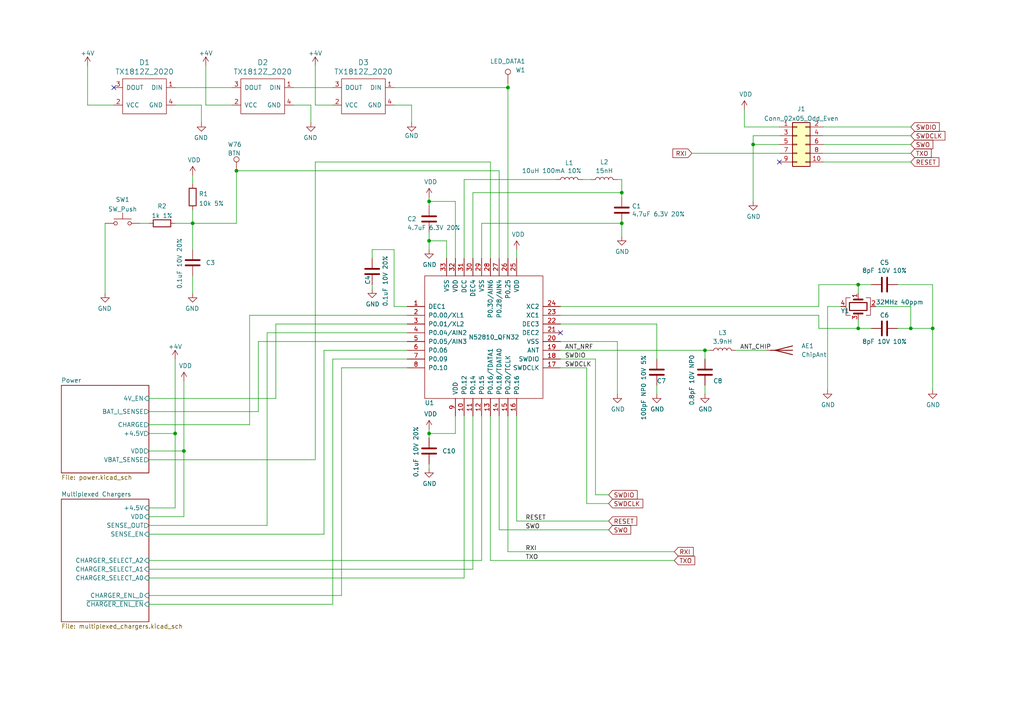
<source format=kicad_sch>
(kicad_sch (version 20211123) (generator eeschema)
  (paper "A4")
  (lib_symbols
    (symbol "Connector_Generic:Conn_02x05_Odd_Even" (pin_names (offset 1.016) hide)
      (property "Reference" "J" (at 1.27 7.62 0))
      (property "Value" "Conn_02x05_Odd_Even" (at 1.27 -7.62 0))
      (symbol "Conn_02x05_Odd_Even_1_1"
        (rectangle (start -1.27 -4.953) (end 0 -5.207) (stroke (width 0.1524)))
        (rectangle (start -1.27 -2.413) (end 0 -2.667) (stroke (width 0.1524)))
        (rectangle (start -1.27 0.127) (end 0 -0.127) (stroke (width 0.1524)))
        (rectangle (start -1.27 2.667) (end 0 2.413) (stroke (width 0.1524)))
        (rectangle (start -1.27 5.207) (end 0 4.953) (stroke (width 0.1524)))
        (rectangle (start -1.27 6.35) (end 3.81 -6.35) (stroke (width 0.254)) (fill (type background)))
        (rectangle (start 3.81 -4.953) (end 2.54 -5.207) (stroke (width 0.1524)))
        (rectangle (start 3.81 -2.413) (end 2.54 -2.667) (stroke (width 0.1524)))
        (rectangle (start 3.81 0.127) (end 2.54 -0.127) (stroke (width 0.1524)))
        (rectangle (start 3.81 2.667) (end 2.54 2.413) (stroke (width 0.1524)))
        (rectangle (start 3.81 5.207) (end 2.54 4.953) (stroke (width 0.1524)))
        (pin passive line (at -5.08 5.08 0) (length 3.81) (name "Pin_1") (number "1"))
        (pin passive line (at 7.62 -5.08 180) (length 3.81) (name "Pin_10") (number "10"))
        (pin passive line (at 7.62 5.08 180) (length 3.81) (name "Pin_2") (number "2"))
        (pin passive line (at -5.08 2.54 0) (length 3.81) (name "Pin_3") (number "3"))
        (pin passive line (at 7.62 2.54 180) (length 3.81) (name "Pin_4") (number "4"))
        (pin passive line (at -5.08 0 0) (length 3.81) (name "Pin_5") (number "5"))
        (pin passive line (at 7.62 0 180) (length 3.81) (name "Pin_6") (number "6"))
        (pin passive line (at -5.08 -2.54 0) (length 3.81) (name "Pin_7") (number "7"))
        (pin passive line (at 7.62 -2.54 180) (length 3.81) (name "Pin_8") (number "8"))
        (pin passive line (at -5.08 -5.08 0) (length 3.81) (name "Pin_9") (number "9"))
      )
    )
    (symbol "Device:Antenna" (pin_numbers hide) (pin_names (offset 1.016) hide)
      (property "Reference" "AE" (at -1.905 1.905 0))
      (property "Value" "Antenna" (at -1.905 0 0))
      (symbol "Antenna_0_1"
        (polyline (pts (xy 0 2.54) (xy 0 -3.81)) (stroke (width 0.254)))
        (polyline (pts (xy 1.27 2.54) (xy 0 -2.54) (xy -1.27 2.54)) (stroke (width 0.254)))
      )
      (symbol "Antenna_1_1"
        (pin input line (at 0 -5.08 90) (length 2.54) (name "A") (number "1"))
      )
    )
    (symbol "Device:C" (pin_numbers hide) (pin_names (offset 0.254))
      (property "Reference" "C" (at 0.635 2.54 0))
      (property "Value" "C" (at 0.635 -2.54 0))
      (symbol "C_0_1"
        (polyline (pts (xy -2.032 -0.762) (xy 2.032 -0.762)) (stroke (width 0.508)))
        (polyline (pts (xy -2.032 0.762) (xy 2.032 0.762)) (stroke (width 0.508)))
      )
      (symbol "C_1_1"
        (pin passive line (at 0 3.81 270) (length 2.794) (name "~") (number "1"))
        (pin passive line (at 0 -3.81 90) (length 2.794) (name "~") (number "2"))
      )
    )
    (symbol "Device:Crystal_GND24" (pin_names (offset 1.016) hide)
      (property "Reference" "Y" (at 3.175 5.08 0))
      (property "Value" "Crystal_GND24" (at 3.175 3.175 0))
      (symbol "Crystal_GND24_0_1"
        (rectangle (start -1.143 2.54) (end 1.143 -2.54) (stroke (width 0.3048)))
        (polyline (pts (xy -2.54 0) (xy -2.032 0)))
        (polyline (pts (xy -2.032 -1.27) (xy -2.032 1.27)) (stroke (width 0.508)))
        (polyline (pts (xy 0 -3.81) (xy 0 -3.556)))
        (polyline (pts (xy 0 3.556) (xy 0 3.81)))
        (polyline (pts (xy 2.032 -1.27) (xy 2.032 1.27)) (stroke (width 0.508)))
        (polyline (pts (xy 2.032 0) (xy 2.54 0)))
        (polyline (pts (xy -2.54 -2.286) (xy -2.54 -3.556) (xy 2.54 -3.556) (xy 2.54 -2.286)))
        (polyline (pts (xy -2.54 2.286) (xy -2.54 3.556) (xy 2.54 3.556) (xy 2.54 2.286)))
      )
      (symbol "Crystal_GND24_1_1"
        (pin passive line (at -3.81 0 0) (length 1.27) (name "1") (number "1"))
        (pin passive line (at 0 5.08 270) (length 1.27) (name "2") (number "2"))
        (pin passive line (at 3.81 0 180) (length 1.27) (name "3") (number "3"))
        (pin passive line (at 0 -5.08 90) (length 1.27) (name "4") (number "4"))
      )
    )
    (symbol "Device:L" (pin_numbers hide) (pin_names (offset 1.016) hide)
      (property "Reference" "L" (at -1.27 0 90))
      (property "Value" "L" (at 1.905 0 90))
      (symbol "L_0_1"
        (arc (start 0 -2.54) (mid 0.635 -1.905) (end 0 -1.27))
        (arc (start 0 -1.27) (mid 0.635 -0.635) (end 0 0))
        (arc (start 0 0) (mid 0.635 0.635) (end 0 1.27))
        (arc (start 0 1.27) (mid 0.635 1.905) (end 0 2.54))
      )
      (symbol "L_1_1"
        (pin passive line (at 0 3.81 270) (length 1.27) (name "1") (number "1"))
        (pin passive line (at 0 -3.81 90) (length 1.27) (name "2") (number "2"))
      )
    )
    (symbol "Device:R" (pin_numbers hide) (pin_names (offset 0))
      (property "Reference" "R" (at 2.032 0 90))
      (property "Value" "R" (at 0 0 90))
      (symbol "R_0_1"
        (rectangle (start -1.016 -2.54) (end 1.016 2.54) (stroke (width 0.254)))
      )
      (symbol "R_1_1"
        (pin passive line (at 0 3.81 270) (length 1.27) (name "~") (number "1"))
        (pin passive line (at 0 -3.81 90) (length 1.27) (name "~") (number "2"))
      )
    )
    (symbol "Pixels-dice:N52810_QFN32" (pin_names (offset 1.016))
      (property "Reference" "U" (at 13.97 -19.05 0))
      (property "Value" "N52810_QFN32" (at 2.54 0 0))
      (symbol "N52810_QFN32_0_1"
        (rectangle (start -17.78 17.78) (end 16.51 -17.78))
      )
      (symbol "N52810_QFN32_1_1"
        (pin power_out line (at -22.86 8.89 0) (length 5.08) (name "DEC1") (number "1"))
        (pin bidirectional line (at -6.35 -22.86 90) (length 5.08) (name "P0.12") (number "10"))
        (pin bidirectional line (at -3.81 -22.86 90) (length 5.08) (name "P0.14") (number "11"))
        (pin bidirectional line (at -1.27 -22.86 90) (length 5.08) (name "P0.15") (number "12"))
        (pin bidirectional line (at 1.27 -22.86 90) (length 5.08) (name "P0.16/TDATA1") (number "13"))
        (pin bidirectional line (at 3.81 -22.86 90) (length 5.08) (name "P0.18/TDATA0") (number "14"))
        (pin bidirectional line (at 6.35 -22.86 90) (length 5.08) (name "P0.20/TCLK") (number "15"))
        (pin bidirectional line (at 8.89 -22.86 90) (length 5.08) (name "P0.16") (number "16"))
        (pin bidirectional line (at 21.59 -8.89 180) (length 5.08) (name "SWDCLK") (number "17"))
        (pin bidirectional line (at 21.59 -6.35 180) (length 5.08) (name "SWDIO") (number "18"))
        (pin output line (at 21.59 -3.81 180) (length 5.08) (name "ANT") (number "19"))
        (pin bidirectional line (at -22.86 6.35 0) (length 5.08) (name "P0.00/XL1") (number "2"))
        (pin output line (at 21.59 -1.27 180) (length 5.08) (name "VSS") (number "20"))
        (pin output line (at 21.59 1.27 180) (length 5.08) (name "DEC2") (number "21"))
        (pin output line (at 21.59 3.81 180) (length 5.08) (name "DEC3") (number "22"))
        (pin output line (at 21.59 6.35 180) (length 5.08) (name "XC1") (number "23"))
        (pin input line (at 21.59 8.89 180) (length 5.08) (name "XC2") (number "24"))
        (pin power_in line (at 8.89 22.86 270) (length 5.08) (name "VDD") (number "25"))
        (pin bidirectional line (at 6.35 22.86 270) (length 5.08) (name "P0.25") (number "26"))
        (pin bidirectional line (at 3.81 22.86 270) (length 5.08) (name "P0.28/AIN4") (number "27"))
        (pin bidirectional line (at 1.27 22.86 270) (length 5.08) (name "P0.30/AIN6") (number "28"))
        (pin power_in line (at -1.27 22.86 270) (length 5.08) (name "VSS") (number "29"))
        (pin bidirectional line (at -22.86 3.81 0) (length 5.08) (name "P0.01/XL2") (number "3"))
        (pin output line (at -3.81 22.86 270) (length 5.08) (name "DEC4") (number "30"))
        (pin output line (at -6.35 22.86 270) (length 5.08) (name "DCC") (number "31"))
        (pin power_in line (at -8.89 22.86 270) (length 5.08) (name "VDD") (number "32"))
        (pin power_in line (at -11.43 22.86 270) (length 5.08) (name "VSS") (number "33"))
        (pin bidirectional line (at -22.86 1.27 0) (length 5.08) (name "P0.04/AIN2") (number "4"))
        (pin bidirectional line (at -22.86 -1.27 0) (length 5.08) (name "P0.05/AIN3") (number "5"))
        (pin bidirectional line (at -22.86 -3.81 0) (length 5.08) (name "P0.06") (number "6"))
        (pin bidirectional line (at -22.86 -6.35 0) (length 5.08) (name "P0.09") (number "7"))
        (pin bidirectional line (at -22.86 -8.89 0) (length 5.08) (name "P0.10") (number "8"))
        (pin power_in line (at -8.89 -22.86 90) (length 5.08) (name "VDD") (number "9"))
      )
    )
    (symbol "Pixels-dice:TEST_1P-conn" (pin_numbers hide) (pin_names (offset 0.762) hide)
      (property "Reference" "W" (at 0 6.858 0))
      (property "Value" "TEST_1P-conn" (at 0 5.08 0))
      (symbol "TEST_1P-conn_0_1"
        (circle (center 0 3.302) (radius 0.762))
      )
      (symbol "TEST_1P-conn_1_1"
        (pin passive line (at 0 0 90) (length 2.54) (name "1") (number "1"))
      )
    )
    (symbol "Pixels-dice:TX1812Z_2020" (pin_names (offset 1.016))
      (property "Reference" "D" (at 0 -6.35 0))
      (property "Value" "TX1812Z_2020" (at 0 6.35 0))
      (symbol "TX1812Z_2020_0_1"
        (rectangle (start -6.35 5.08) (end 6.35 -5.08))
      )
      (symbol "TX1812Z_2020_1_1"
        (pin input line (at -8.89 2.54 0) (length 2.54) (name "DIN") (number "1"))
        (pin power_in line (at 8.89 -2.54 180) (length 2.54) (name "VCC") (number "2"))
        (pin output line (at 8.89 2.54 180) (length 2.54) (name "DOUT") (number "3"))
        (pin power_in line (at -8.89 -2.54 0) (length 2.54) (name "GND") (number "4"))
      )
    )
    (symbol "Switch:SW_Push" (pin_numbers hide) (pin_names (offset 1.016) hide)
      (property "Reference" "SW" (at 1.27 2.54 0))
      (property "Value" "SW_Push" (at 0 -1.524 0))
      (symbol "SW_Push_0_1"
        (circle (center -2.032 0) (radius 0.508))
        (polyline (pts (xy 0 1.27) (xy 0 3.048)))
        (polyline (pts (xy 2.54 1.27) (xy -2.54 1.27)))
        (circle (center 2.032 0) (radius 0.508))
        (pin passive line (at -5.08 0 0) (length 2.54) (name "1") (number "1"))
        (pin passive line (at 5.08 0 180) (length 2.54) (name "2") (number "2"))
      )
    )
    (symbol "power:+4V" (power) (pin_names (offset 0))
      (property "Value" "+4V" (at 0 3.556 0))
      (symbol "+4V_0_1"
        (polyline (pts (xy -0.762 1.27) (xy 0 2.54)))
        (polyline (pts (xy 0 0) (xy 0 2.54)))
        (polyline (pts (xy 0 2.54) (xy 0.762 1.27)))
      )
      (symbol "+4V_1_1"
        (pin power_in line (at 0 0 90) (length 0) hide (name "+4V") (number "1"))
      )
    )
    (symbol "power:GND" (power) (pin_names (offset 0))
      (property "Value" "GND" (at 0 -3.81 0))
      (symbol "GND_0_1"
        (polyline (pts (xy 0 0) (xy 0 -1.27) (xy 1.27 -1.27) (xy 0 -2.54) (xy -1.27 -1.27) (xy 0 -1.27)))
      )
      (symbol "GND_1_1"
        (pin power_in line (at 0 0 270) (length 0) hide (name "GND") (number "1"))
      )
    )
    (symbol "power:VDD" (power) (pin_names (offset 0))
      (property "Value" "VDD" (at 0 3.81 0))
      (symbol "VDD_0_1"
        (polyline (pts (xy -0.762 1.27) (xy 0 2.54)))
        (polyline (pts (xy 0 0) (xy 0 2.54)))
        (polyline (pts (xy 0 2.54) (xy 0.762 1.27)))
      )
      (symbol "VDD_1_1"
        (pin power_in line (at 0 0 90) (length 0) hide (name "VDD") (number "1"))
      )
    )
  )
  (junction (at 53.34 130.81))
  (junction (at 68.58 49.53))
  (junction (at 124.46 125.73))
  (junction (at 248.92 95.25))
  (junction (at 248.92 82.55))
  (junction (at 55.88 64.77))
  (junction (at 124.46 69.85))
  (junction (at 147.32 25.4))
  (junction (at 270.51 95.25))
  (junction (at 264.16 95.25))
  (junction (at 180.34 64.77))
  (junction (at 124.46 58.42))
  (junction (at 218.44 41.91))
  (junction (at 50.8 125.73))
  (junction (at 204.47 101.6))
  (junction (at 180.34 55.88))
  (no_connect (at 162.56 96.52))
  (no_connect (at 226.06 46.99))
  (no_connect (at 33.02 25.4))
  (wire (pts (xy 74.93 99.06) (xy 118.11 99.06)))
  (wire (pts (xy 74.93 99.06) (xy 74.93 119.38)))
  (wire (pts (xy 55.88 50.8) (xy 55.88 53.34)))
  (wire (pts (xy 180.34 64.77) (xy 180.34 68.58)))
  (wire (pts (xy 162.56 101.6) (xy 204.47 101.6)))
  (wire (pts (xy 67.31 30.48) (xy 59.69 30.48)))
  (wire (pts (xy 180.34 52.07) (xy 180.34 55.88)))
  (wire (pts (xy 114.3 25.4) (xy 147.32 25.4)))
  (wire (pts (xy 58.42 30.48) (xy 58.42 35.56)))
  (wire (pts (xy 147.32 120.65) (xy 147.32 160.02)))
  (wire (pts (xy 226.06 44.45) (xy 200.66 44.45)))
  (wire (pts (xy 43.18 123.19) (xy 72.39 123.19)))
  (wire (pts (xy 248.92 95.25) (xy 252.73 95.25)))
  (wire (pts (xy 170.18 106.68) (xy 170.18 146.05)))
  (wire (pts (xy 96.52 104.14) (xy 118.11 104.14)))
  (wire (pts (xy 162.56 88.9) (xy 237.49 88.9)))
  (wire (pts (xy 68.58 64.77) (xy 68.58 49.53)))
  (wire (pts (xy 264.16 88.9) (xy 264.16 95.25)))
  (wire (pts (xy 99.06 172.72) (xy 99.06 106.68)))
  (wire (pts (xy 134.62 52.07) (xy 161.29 52.07)))
  (wire (pts (xy 72.39 123.19) (xy 72.39 91.44)))
  (wire (pts (xy 93.98 101.6) (xy 93.98 154.94)))
  (wire (pts (xy 162.56 99.06) (xy 179.07 99.06)))
  (wire (pts (xy 91.44 46.99) (xy 142.24 46.99)))
  (wire (pts (xy 67.31 25.4) (xy 50.8 25.4)))
  (wire (pts (xy 55.88 64.77) (xy 68.58 64.77)))
  (wire (pts (xy 238.76 44.45) (xy 264.16 44.45)))
  (wire (pts (xy 172.72 143.51) (xy 176.53 143.51)))
  (wire (pts (xy 139.7 64.77) (xy 180.34 64.77)))
  (wire (pts (xy 53.34 110.49) (xy 53.34 130.81)))
  (wire (pts (xy 147.32 24.13) (xy 147.32 25.4)))
  (wire (pts (xy 179.07 52.07) (xy 180.34 52.07)))
  (wire (pts (xy 134.62 120.65) (xy 134.62 167.64)))
  (wire (pts (xy 53.34 130.81) (xy 43.18 130.81)))
  (wire (pts (xy 142.24 120.65) (xy 142.24 162.56)))
  (wire (pts (xy 43.18 162.56) (xy 139.7 162.56)))
  (wire (pts (xy 162.56 106.68) (xy 170.18 106.68)))
  (wire (pts (xy 139.7 64.77) (xy 139.7 74.93)))
  (wire (pts (xy 213.36 101.6) (xy 222.25 101.6)))
  (wire (pts (xy 137.16 120.65) (xy 137.16 165.1)))
  (wire (pts (xy 237.49 82.55) (xy 248.92 82.55)))
  (wire (pts (xy 50.8 147.32) (xy 50.8 125.73)))
  (wire (pts (xy 237.49 88.9) (xy 237.49 82.55)))
  (wire (pts (xy 59.69 19.05) (xy 59.69 30.48)))
  (wire (pts (xy 137.16 55.88) (xy 137.16 74.93)))
  (wire (pts (xy 190.5 111.76) (xy 190.5 114.3)))
  (wire (pts (xy 190.5 93.98) (xy 162.56 93.98)))
  (wire (pts (xy 68.58 49.53) (xy 144.78 49.53)))
  (wire (pts (xy 93.98 101.6) (xy 118.11 101.6)))
  (wire (pts (xy 43.18 152.4) (xy 77.47 152.4)))
  (wire (pts (xy 218.44 39.37) (xy 218.44 41.91)))
  (wire (pts (xy 91.44 133.35) (xy 91.44 46.99)))
  (wire (pts (xy 55.88 60.96) (xy 55.88 64.77)))
  (wire (pts (xy 218.44 41.91) (xy 218.44 58.42)))
  (wire (pts (xy 53.34 130.81) (xy 53.34 149.86)))
  (wire (pts (xy 124.46 67.31) (xy 124.46 69.85)))
  (wire (pts (xy 180.34 55.88) (xy 137.16 55.88)))
  (wire (pts (xy 132.08 120.65) (xy 132.08 125.73)))
  (wire (pts (xy 144.78 120.65) (xy 144.78 153.67)))
  (wire (pts (xy 168.91 52.07) (xy 171.45 52.07)))
  (wire (pts (xy 134.62 74.93) (xy 134.62 52.07)))
  (wire (pts (xy 254 88.9) (xy 264.16 88.9)))
  (wire (pts (xy 107.95 82.55) (xy 107.95 83.82)))
  (wire (pts (xy 50.8 125.73) (xy 43.18 125.73)))
  (wire (pts (xy 114.3 72.39) (xy 107.95 72.39)))
  (wire (pts (xy 204.47 111.76) (xy 204.47 114.3)))
  (wire (pts (xy 124.46 125.73) (xy 124.46 127)))
  (wire (pts (xy 80.01 93.98) (xy 80.01 115.57)))
  (wire (pts (xy 204.47 104.14) (xy 204.47 101.6)))
  (wire (pts (xy 260.35 82.55) (xy 270.51 82.55)))
  (wire (pts (xy 149.86 120.65) (xy 149.86 151.13)))
  (wire (pts (xy 238.76 46.99) (xy 264.16 46.99)))
  (wire (pts (xy 237.49 95.25) (xy 248.92 95.25)))
  (wire (pts (xy 124.46 69.85) (xy 124.46 72.39)))
  (wire (pts (xy 147.32 160.02) (xy 195.58 160.02)))
  (wire (pts (xy 162.56 104.14) (xy 172.72 104.14)))
  (wire (pts (xy 226.06 36.83) (xy 215.9 36.83)))
  (wire (pts (xy 58.42 30.48) (xy 50.8 30.48)))
  (wire (pts (xy 142.24 162.56) (xy 195.58 162.56)))
  (wire (pts (xy 72.39 91.44) (xy 118.11 91.44)))
  (wire (pts (xy 264.16 95.25) (xy 270.51 95.25)))
  (wire (pts (xy 144.78 49.53) (xy 144.78 74.93)))
  (wire (pts (xy 77.47 152.4) (xy 77.47 96.52)))
  (wire (pts (xy 124.46 58.42) (xy 124.46 59.69)))
  (wire (pts (xy 93.98 154.94) (xy 43.18 154.94)))
  (wire (pts (xy 43.18 175.26) (xy 96.52 175.26)))
  (wire (pts (xy 118.11 88.9) (xy 114.3 88.9)))
  (wire (pts (xy 124.46 134.62) (xy 124.46 135.89)))
  (wire (pts (xy 226.06 39.37) (xy 218.44 39.37)))
  (wire (pts (xy 260.35 95.25) (xy 264.16 95.25)))
  (wire (pts (xy 139.7 120.65) (xy 139.7 162.56)))
  (wire (pts (xy 107.95 72.39) (xy 107.95 74.93)))
  (wire (pts (xy 147.32 25.4) (xy 147.32 74.93)))
  (wire (pts (xy 149.86 72.39) (xy 149.86 74.93)))
  (wire (pts (xy 91.44 19.05) (xy 91.44 30.48)))
  (wire (pts (xy 124.46 58.42) (xy 124.46 57.15)))
  (wire (pts (xy 43.18 167.64) (xy 134.62 167.64)))
  (wire (pts (xy 243.84 88.9) (xy 240.03 88.9)))
  (wire (pts (xy 50.8 104.14) (xy 50.8 125.73)))
  (wire (pts (xy 218.44 41.91) (xy 226.06 41.91)))
  (wire (pts (xy 176.53 151.13) (xy 149.86 151.13)))
  (wire (pts (xy 55.88 64.77) (xy 55.88 72.39)))
  (wire (pts (xy 240.03 88.9) (xy 240.03 113.03)))
  (wire (pts (xy 43.18 147.32) (xy 50.8 147.32)))
  (wire (pts (xy 162.56 91.44) (xy 237.49 91.44)))
  (wire (pts (xy 96.52 25.4) (xy 85.09 25.4)))
  (wire (pts (xy 33.02 30.48) (xy 25.4 30.48)))
  (wire (pts (xy 55.88 80.01) (xy 55.88 85.09)))
  (wire (pts (xy 80.01 93.98) (xy 118.11 93.98)))
  (wire (pts (xy 43.18 172.72) (xy 99.06 172.72)))
  (wire (pts (xy 248.92 85.09) (xy 248.92 82.55)))
  (wire (pts (xy 270.51 82.55) (xy 270.51 95.25)))
  (wire (pts (xy 176.53 153.67) (xy 144.78 153.67)))
  (wire (pts (xy 124.46 125.73) (xy 124.46 124.46)))
  (wire (pts (xy 270.51 95.25) (xy 270.51 113.03)))
  (wire (pts (xy 190.5 93.98) (xy 190.5 104.14)))
  (wire (pts (xy 50.8 64.77) (xy 55.88 64.77)))
  (wire (pts (xy 215.9 36.83) (xy 215.9 31.75)))
  (wire (pts (xy 96.52 104.14) (xy 96.52 175.26)))
  (wire (pts (xy 132.08 74.93) (xy 132.08 58.42)))
  (wire (pts (xy 30.48 64.77) (xy 30.48 85.09)))
  (wire (pts (xy 129.54 69.85) (xy 124.46 69.85)))
  (wire (pts (xy 119.38 30.48) (xy 114.3 30.48)))
  (wire (pts (xy 142.24 46.99) (xy 142.24 74.93)))
  (wire (pts (xy 96.52 30.48) (xy 91.44 30.48)))
  (wire (pts (xy 90.17 30.48) (xy 85.09 30.48)))
  (wire (pts (xy 99.06 106.68) (xy 118.11 106.68)))
  (wire (pts (xy 25.4 19.05) (xy 25.4 30.48)))
  (wire (pts (xy 119.38 30.48) (xy 119.38 35.56)))
  (wire (pts (xy 43.18 115.57) (xy 80.01 115.57)))
  (wire (pts (xy 248.92 82.55) (xy 252.73 82.55)))
  (wire (pts (xy 238.76 41.91) (xy 264.16 41.91)))
  (wire (pts (xy 204.47 101.6) (xy 205.74 101.6)))
  (wire (pts (xy 132.08 58.42) (xy 124.46 58.42)))
  (wire (pts (xy 180.34 55.88) (xy 180.34 57.15)))
  (wire (pts (xy 114.3 88.9) (xy 114.3 72.39)))
  (wire (pts (xy 170.18 146.05) (xy 176.53 146.05)))
  (wire (pts (xy 53.34 149.86) (xy 43.18 149.86)))
  (wire (pts (xy 40.64 64.77) (xy 43.18 64.77)))
  (wire (pts (xy 77.47 96.52) (xy 118.11 96.52)))
  (wire (pts (xy 172.72 104.14) (xy 172.72 143.51)))
  (wire (pts (xy 237.49 91.44) (xy 237.49 95.25)))
  (wire (pts (xy 238.76 39.37) (xy 264.16 39.37)))
  (wire (pts (xy 238.76 36.83) (xy 264.16 36.83)))
  (wire (pts (xy 179.07 114.3) (xy 179.07 99.06)))
  (wire (pts (xy 248.92 92.71) (xy 248.92 95.25)))
  (wire (pts (xy 132.08 125.73) (xy 124.46 125.73)))
  (wire (pts (xy 129.54 74.93) (xy 129.54 69.85)))
  (wire (pts (xy 43.18 165.1) (xy 137.16 165.1)))
  (wire (pts (xy 74.93 119.38) (xy 43.18 119.38)))
  (wire (pts (xy 90.17 35.56) (xy 90.17 30.48)))
  (wire (pts (xy 43.18 133.35) (xy 91.44 133.35)))
  (label "ANT_NRF" (at 163.83 101.6 0))
  (label "TXO" (at 152.4 162.56 0))
  (label "RESET" (at 152.4 151.13 0))
  (label "SWO" (at 152.4 153.67 0))
  (label "SWDCLK" (at 163.83 106.68 0))
  (label "SWDIO" (at 163.83 104.14 0))
  (label "RXI" (at 152.4 160.02 0))
  (label "ANT_CHIP" (at 214.63 101.6 0))
  (global_label "RESET" (shape input) (at 264.16 46.99 0) (property "Intersheet References" "${INTERSHEET_REFS}" (effects hide)))
  (global_label "SWDCLK" (shape input) (at 264.16 39.37 0) (property "Intersheet References" "${INTERSHEET_REFS}" (effects hide)))
  (global_label "TXO" (shape input) (at 264.16 44.45 0) (property "Intersheet References" "${INTERSHEET_REFS}" (effects hide)))
  (global_label "SWO" (shape input) (at 176.53 153.67 0) (property "Intersheet References" "${INTERSHEET_REFS}" (effects hide)))
  (global_label "SWDIO" (shape input) (at 176.53 143.51 0) (property "Intersheet References" "${INTERSHEET_REFS}" (effects hide)))
  (global_label "TXO" (shape input) (at 195.58 162.56 0) (property "Intersheet References" "${INTERSHEET_REFS}" (effects hide)))
  (global_label "RXI" (shape input) (at 195.58 160.02 0) (property "Intersheet References" "${INTERSHEET_REFS}" (effects hide)))
  (global_label "RXI" (shape input) (at 200.66 44.45 180) (property "Intersheet References" "${INTERSHEET_REFS}" (effects hide)))
  (global_label "RESET" (shape input) (at 176.53 151.13 0) (property "Intersheet References" "${INTERSHEET_REFS}" (effects hide)))
  (global_label "SWDIO" (shape input) (at 264.16 36.83 0) (property "Intersheet References" "${INTERSHEET_REFS}" (effects hide)))
  (global_label "SWO" (shape input) (at 264.16 41.91 0) (property "Intersheet References" "${INTERSHEET_REFS}" (effects hide)))
  (global_label "SWDCLK" (shape input) (at 176.53 146.05 0) (property "Intersheet References" "${INTERSHEET_REFS}" (effects hide)))
  (symbol (lib_id "power:VDD") (at 215.9 31.75 0) (unit 1)
    (property "Reference" "#PWR04" (effects hide))
    (property "Value" "VDD" (at 216.281 27.3558 0))
  )
  (symbol (lib_id "power:GND") (at 30.48 85.09 0) (mirror y) (unit 1)
    (property "Reference" "#PWR015" (effects hide))
    (property "Value" "GND" (at 30.353 89.4842 0))
  )
  (symbol (lib_id "Device:C") (at 124.46 130.81 0) (unit 1)
    (property "Reference" "C10" (at 128.27 130.81 0) (effects (justify left)))
    (property "Value" "0.1uF 10V 20%" (at 120.65 138.43 90) (effects (justify left)))
    (property "Footprint" "Capacitor_SMD:C_0402_1005Metric" (effects hide))
    (property "Generic OK" "YES" (effects hide))
    (property "Manufacturer" "Murata" (effects hide))
    (property "Manufacturer Part Number" "GRM155R71E104KE14J" (effects hide))
    (property "LCSC Part Number" "C2168305" (effects hide))
  )
  (symbol (lib_id "power:GND") (at 240.03 113.03 0) (unit 1)
    (property "Reference" "#PWR019" (effects hide))
    (property "Value" "GND" (at 240.157 117.4242 0))
  )
  (symbol (lib_id "Device:R") (at 55.88 57.15 180) (unit 1)
    (property "Reference" "R1" (at 57.658 56.2415 0) (effects (justify right)))
    (property "Value" "10k 5%" (at 57.658 59.0166 0) (effects (justify right)))
    (property "Footprint" "Resistor_SMD:R_0402_1005Metric" (effects hide))
    (property "LCSC Part Number" "C25744" (effects hide))
    (property "Manufacturer" "UNI-ROYAL(Uniroyal Elec)" (effects hide))
    (property "Manufacturer Part Number" "0402WGF1002TCE" (effects hide))
    (property "Generic OK" "YES" (effects hide))
  )
  (symbol (lib_id "Device:Crystal_GND24") (at 248.92 88.9 270) (unit 1)
    (property "Reference" "Y1" (at 243.84 90.17 90) (effects (justify left)))
    (property "Value" "32MHz 40ppm" (at 254 87.63 90) (effects (justify left)))
    (property "Footprint" "Pixels-dice:Crystal_SMD_2016-4Pin_2.0x1.6mm" (effects hide))
    (property "Generic OK" "YES" (effects hide))
    (property "Manufacturer" "Murata" (effects hide))
    (property "Manufacturer Part Number" "XRCGB32M000F2P00R0" (effects hide))
    (property "Pixels Part Number" "SMD-Y001" (effects hide))
    (property "LCSC Part Number" "C527602" (effects hide))
  )
  (symbol (lib_id "Device:C") (at 256.54 82.55 270) (unit 1)
    (property "Reference" "C5" (at 256.54 76.1492 90))
    (property "Value" "8pF 10V 10%" (at 256.54 78.4606 90))
    (property "Footprint" "Capacitor_SMD:C_0402_1005Metric" (effects hide))
    (property "Generic OK" "YES" (effects hide))
    (property "Pixels Part Number" "SMD-C001" (effects hide))
    (property "Manufacturer" "Murata" (effects hide))
    (property "Manufacturer Part Number" "GJM1555C1H8R0CB01D" (effects hide))
    (property "LCSC Part Number" "C521082" (effects hide))
  )
  (symbol (lib_id "power:VDD") (at 124.46 124.46 0) (unit 1)
    (property "Reference" "#PWR025" (effects hide))
    (property "Value" "VDD" (at 124.8918 120.0658 0))
  )
  (symbol (lib_id "power:GND") (at 90.17 35.56 0) (mirror y) (unit 1)
    (property "Reference" "#PWR06" (effects hide))
    (property "Value" "GND" (at 90.043 39.9542 0))
  )
  (symbol (lib_id "power:GND") (at 124.46 72.39 0) (unit 1)
    (property "Reference" "#PWR012" (effects hide))
    (property "Value" "GND" (at 124.587 76.7842 0))
  )
  (symbol (lib_id "power:GND") (at 218.44 58.42 0) (unit 1)
    (property "Reference" "#PWR0101" (effects hide))
    (property "Value" "GND" (at 218.567 62.8142 0))
  )
  (symbol (lib_id "power:VDD") (at 124.46 57.15 0) (unit 1)
    (property "Reference" "#PWR09" (effects hide))
    (property "Value" "VDD" (at 124.8918 52.7558 0))
  )
  (symbol (lib_id "power:VDD") (at 55.88 50.8 0) (unit 1)
    (property "Reference" "#PWR08" (effects hide))
    (property "Value" "VDD" (at 56.3118 46.4058 0))
  )
  (symbol (lib_id "Device:L") (at 209.55 101.6 90) (unit 1)
    (property "Reference" "L3" (at 209.55 96.52 90))
    (property "Value" "3.9nH" (at 209.55 99.06 90))
    (property "Footprint" "Inductor_SMD:L_0402_1005Metric" (effects hide))
    (property "Generic OK" "YES" (effects hide))
    (property "Manufacturer" "Taiyo Yuden" (effects hide))
    (property "Manufacturer Part Number" "HK10053N9S-T" (effects hide))
    (property "LCSC Part Number" "C87180" (effects hide))
  )
  (symbol (lib_id "Pixels-dice:TX1812Z_2020") (at 105.41 27.94 0) (mirror y) (unit 1)
    (property "Reference" "D3" (at 105.41 18.1102 0) (effects (font (size 1.524 1.524))))
    (property "Value" "TX1812Z_2020" (at 105.41 20.8026 0) (effects (font (size 1.524 1.524))))
    (property "Footprint" "Pixels-dice:TX1812Z_2020" (effects hide))
    (property "Manufacturer" "TCWIN" (effects hide))
    (property "Manufacturer Part Number" "TC2020RGB-3CJH-TX1812Z5" (effects hide))
    (property "Pixels Part Number" "SMD-D002-ALT2" (effects hide))
    (property "Generic OK" "NO" (effects hide))
    (property "LCSC Part Number" "C784564" (effects hide))
  )
  (symbol (lib_id "Device:Antenna") (at 227.33 101.6 270) (unit 1)
    (property "Reference" "AE1" (at 232.41 100.33 90) (effects (justify left)))
    (property "Value" "ChipAnt" (at 232.41 102.87 90) (effects (justify left)))
    (property "Footprint" "Pixels-dice:CHIP_ANT" (effects hide))
    (property "Manufacturer" "Abracon" (effects hide))
    (property "Manufacturer Part Number" "AMCA31-2R450G-S1F-T3" (effects hide))
    (property "Generic OK" "NO" (effects hide))
  )
  (symbol (lib_id "Device:C") (at 124.46 63.5 0) (unit 1)
    (property "Reference" "C2" (at 118.11 63.5 0) (effects (justify left)))
    (property "Value" "4.7uF 6.3V 20%" (at 118.11 66.04 0) (effects (justify left)))
    (property "Footprint" "Capacitor_SMD:C_0603_1608Metric" (effects hide))
    (property "Generic OK" "YES" (effects hide))
    (property "Pixels Part Number" "SMD-C002" (effects hide))
    (property "Manufacturer" "Murata" (effects hide))
    (property "Manufacturer Part Number" "GRM188R61A475KE15D" (effects hide))
    (property "LCSC Part Number" "C71633" (effects hide))
  )
  (symbol (lib_id "Pixels-dice:TEST_1P-conn") (at 68.58 49.53 0) (unit 1)
    (property "Reference" "W76" (at 66.04 41.91 0) (effects (justify left)))
    (property "Value" "BTN" (at 66.04 44.45 0) (effects (justify left)))
    (property "Footprint" "Pixels-dice:TestPoint_THTPad_1.5x1.5mm_Drill0.7mm" (effects hide))
  )
  (symbol (lib_id "Device:R") (at 46.99 64.77 90) (unit 1)
    (property "Reference" "R2" (at 46.99 59.7875 90))
    (property "Value" "1k 1%" (at 46.99 62.5626 90))
    (property "Footprint" "Resistor_SMD:R_0402_1005Metric" (effects hide))
    (property "LCSC Part Number" "C11702" (effects hide))
    (property "Manufacturer" "UNI-ROYAL(Uniroyal Elec)" (effects hide))
    (property "Manufacturer Part Number" "0402WGF1001TCE" (effects hide))
    (property "Generic OK" "YES" (effects hide))
  )
  (symbol (lib_id "Device:C") (at 55.88 76.2 0) (unit 1)
    (property "Reference" "C3" (at 59.69 76.2 0) (effects (justify left)))
    (property "Value" "0.1uF 10V 20%" (at 52.07 83.82 90) (effects (justify left)))
    (property "Footprint" "Capacitor_SMD:C_0402_1005Metric" (effects hide))
    (property "Generic OK" "YES" (effects hide))
    (property "Manufacturer" "Murata" (effects hide))
    (property "Manufacturer Part Number" "GRM155R71E104KE14J" (effects hide))
    (property "LCSC Part Number" "C2168305" (effects hide))
  )
  (symbol (lib_id "power:GND") (at 119.38 35.56 0) (mirror y) (unit 1)
    (property "Reference" "#PWR07" (effects hide))
    (property "Value" "GND" (at 119.38 39.37 0))
  )
  (symbol (lib_id "power:GND") (at 179.07 114.3 0) (unit 1)
    (property "Reference" "#PWR021" (effects hide))
    (property "Value" "GND" (at 179.197 118.6942 0))
  )
  (symbol (lib_id "Device:L") (at 175.26 52.07 90) (unit 1)
    (property "Reference" "L2" (at 175.26 46.99 90))
    (property "Value" "15nH" (at 175.26 49.53 90))
    (property "Footprint" "Inductor_SMD:L_0402_1005Metric" (effects hide))
    (property "Generic OK" "YES" (effects hide))
    (property "Manufacturer" "Taiyo Yuden" (effects hide))
    (property "Manufacturer Part Number" "HK100515NJ-T" (effects hide))
    (property "LCSC Part Number" "C87189" (effects hide))
  )
  (symbol (lib_id "power:GND") (at 190.5 114.3 0) (unit 1)
    (property "Reference" "#PWR022" (effects hide))
    (property "Value" "GND" (at 190.627 118.6942 0))
  )
  (symbol (lib_id "power:+4V") (at 59.69 19.05 0) (unit 1)
    (property "Reference" "#PWR02" (effects hide))
    (property "Value" "+4V" (at 59.69 15.4455 0))
  )
  (symbol (lib_id "power:VDD") (at 53.34 110.49 0) (unit 1)
    (property "Reference" "#PWR018" (effects hide))
    (property "Value" "VDD" (at 53.7718 106.0958 0))
  )
  (symbol (lib_id "Switch:SW_Push") (at 35.56 64.77 0) (mirror y) (unit 1)
    (property "Reference" "SW1" (at 35.56 57.8825 0))
    (property "Value" "SW_Push" (at 35.56 60.6576 0))
    (property "Footprint" "Pixels-dice:TSB001" (effects hide))
    (property "Manufacturer" "BZCN" (effects hide))
    (property "Manufacturer Part Number" "TSB001A3526A02" (effects hide))
    (property "LCSC Part Number" "C2888889" (effects hide))
    (property "Generic OK" "NO" (effects hide))
  )
  (symbol (lib_id "power:GND") (at 58.42 35.56 0) (mirror y) (unit 1)
    (property "Reference" "#PWR05" (effects hide))
    (property "Value" "GND" (at 58.293 39.9542 0))
  )
  (symbol (lib_id "power:GND") (at 270.51 113.03 0) (unit 1)
    (property "Reference" "#PWR020" (effects hide))
    (property "Value" "GND" (at 270.637 117.4242 0))
  )
  (symbol (lib_id "Pixels-dice:N52810_QFN32") (at 140.97 97.79 0) (unit 1)
    (property "Reference" "U1" (at 123.19 116.84 0) (effects (justify left)))
    (property "Value" "N52810_QFN32" (at 135.89 97.79 0) (effects (justify left)))
    (property "Footprint" "Package_DFN_QFN:QFN-32-1EP_5x5mm_P0.5mm_EP3.1x3.1mm" (effects hide))
    (property "Generic OK" "NO" (effects hide))
    (property "Manufacturer" "Nordic Semiconductor" (effects hide))
    (property "Manufacturer Part Number" "NRF52810-QCAA-R" (effects hide))
    (property "Pixels Part Number" "SMD-U001" (effects hide))
  )
  (symbol (lib_id "Device:L") (at 165.1 52.07 90) (unit 1)
    (property "Reference" "L1" (at 165.1 47.244 90))
    (property "Value" "10uH 100mA 10%" (at 160.02 49.53 90))
    (property "Footprint" "Inductor_SMD:L_0805_2012Metric" (effects hide))
    (property "Generic OK" "YES" (effects hide))
    (property "Pixels Part Number" "SMD-L001" (effects hide))
    (property "Manufacturer" "Taiyo Yuden" (effects hide))
    (property "Manufacturer Part Number" "LBR2012T100K" (effects hide))
    (property "LCSC Part Number" "C223269" (effects hide))
  )
  (symbol (lib_id "power:GND") (at 55.88 85.09 0) (mirror y) (unit 1)
    (property "Reference" "#PWR016" (effects hide))
    (property "Value" "GND" (at 55.753 89.4842 0))
  )
  (symbol (lib_id "power:VDD") (at 149.86 72.39 0) (unit 1)
    (property "Reference" "#PWR013" (effects hide))
    (property "Value" "VDD" (at 150.2918 67.9958 0))
  )
  (symbol (lib_id "Device:C") (at 190.5 107.95 0) (unit 1)
    (property "Reference" "C7" (at 190.5 110.49 0) (effects (justify left)))
    (property "Value" "100pF NP0 10V 5%" (at 186.69 121.92 90) (effects (justify left)))
    (property "Footprint" "Capacitor_SMD:C_0402_1005Metric" (effects hide))
    (property "Generic OK" "YES" (effects hide))
    (property "Pixels Part Number" "SMD-C003" (effects hide))
    (property "Manufacturer" "Kemet" (effects hide))
    (property "Manufacturer Part Number" "C0402C101J5GAC7411" (effects hide))
    (property "LCSC Part Number" "C2188957" (effects hide))
  )
  (symbol (lib_id "Device:C") (at 204.47 107.95 180) (unit 1)
    (property "Reference" "C8" (at 209.55 110.49 0) (effects (justify left)))
    (property "Value" "0.8pF 10V NP0" (at 200.66 102.87 90) (effects (justify left)))
    (property "Footprint" "Capacitor_SMD:C_0402_1005Metric" (effects hide))
    (property "Generic OK" "YES" (effects hide))
    (property "Pixels Part Number" "SMD-C004" (effects hide))
  )
  (symbol (lib_id "Device:C") (at 107.95 78.74 0) (unit 1)
    (property "Reference" "C4" (at 106.68 82.55 90) (effects (justify left)))
    (property "Value" "0.1uF 10V 20%" (at 111.76 88.9 90) (effects (justify left)))
    (property "Footprint" "Capacitor_SMD:C_0402_1005Metric" (effects hide))
    (property "Generic OK" "YES" (effects hide))
    (property "Manufacturer" "Murata" (effects hide))
    (property "Manufacturer Part Number" "GRM155R71E104KE14J" (effects hide))
    (property "LCSC Part Number" "C2168305" (effects hide))
  )
  (symbol (lib_id "Pixels-dice:TX1812Z_2020") (at 41.91 27.94 0) (mirror y) (unit 1)
    (property "Reference" "D1" (at 41.91 18.1102 0) (effects (font (size 1.524 1.524))))
    (property "Value" "TX1812Z_2020" (at 41.91 20.8026 0) (effects (font (size 1.524 1.524))))
    (property "Footprint" "Pixels-dice:TX1812Z_2020" (effects hide))
    (property "Manufacturer" "TCWIN" (effects hide))
    (property "Manufacturer Part Number" "TC2020RGB-3CJH-TX1812Z5" (effects hide))
    (property "Pixels Part Number" "SMD-D002-ALT2" (effects hide))
    (property "Generic OK" "NO" (effects hide))
    (property "LCSC Part Number" "C784564" (effects hide))
  )
  (symbol (lib_id "Connector_Generic:Conn_02x05_Odd_Even") (at 231.14 41.91 0) (unit 1)
    (property "Reference" "J1" (at 232.41 31.5935 0))
    (property "Value" "Conn_02x05_Odd_Even" (at 232.41 34.3686 0))
    (property "Footprint" "Connector_PinHeader_1.27mm:PinHeader_2x05_P1.27mm_Vertical_SMD" (effects hide))
    (property "LCSC Part Number" "C2962219" (effects hide))
    (property "Manufacturer" "XKB Connectivity" (effects hide))
    (property "Manufacturer Part Number" "X1270WVS-2x05B-6TV01" (effects hide))
    (property "Generic OK" "YES" (effects hide))
  )
  (symbol (lib_id "power:GND") (at 124.46 135.89 0) (unit 1)
    (property "Reference" "#PWR026" (effects hide))
    (property "Value" "GND" (at 124.587 140.2842 0))
  )
  (symbol (lib_id "power:GND") (at 107.95 83.82 0) (unit 1)
    (property "Reference" "#PWR014" (effects hide))
    (property "Value" "GND" (at 108.077 88.2142 0))
  )
  (symbol (lib_id "Device:C") (at 256.54 95.25 270) (unit 1)
    (property "Reference" "C6" (at 256.54 91.44 90))
    (property "Value" "8pF 10V 10%" (at 256.54 99.06 90))
    (property "Footprint" "Capacitor_SMD:C_0402_1005Metric" (effects hide))
    (property "Generic OK" "YES" (effects hide))
    (property "Pixels Part Number" "SMD-C001" (effects hide))
    (property "Manufacturer" "Murata" (effects hide))
    (property "Manufacturer Part Number" "GJM1555C1H8R0CB01D" (effects hide))
    (property "LCSC Part Number" "C521082" (effects hide))
  )
  (symbol (lib_id "power:+4V") (at 50.8 104.14 0) (unit 1)
    (property "Reference" "#PWR017" (effects hide))
    (property "Value" "+4V" (at 50.8 100.5355 0))
  )
  (symbol (lib_id "power:+4V") (at 25.4 19.05 0) (unit 1)
    (property "Reference" "#PWR01" (effects hide))
    (property "Value" "+4V" (at 25.4 15.4455 0))
  )
  (symbol (lib_id "power:GND") (at 204.47 114.3 0) (unit 1)
    (property "Reference" "#PWR023" (effects hide))
    (property "Value" "GND" (at 204.597 118.6942 0))
  )
  (symbol (lib_id "power:+4V") (at 91.44 19.05 0) (unit 1)
    (property "Reference" "#PWR03" (effects hide))
    (property "Value" "+4V" (at 91.44 15.4455 0))
  )
  (symbol (lib_id "power:GND") (at 180.34 68.58 0) (unit 1)
    (property "Reference" "#PWR011" (effects hide))
    (property "Value" "GND" (at 180.467 72.9742 0))
  )
  (symbol (lib_id "Device:C") (at 180.34 60.96 0) (unit 1)
    (property "Reference" "C1" (at 183.261 59.7916 0) (effects (justify left)))
    (property "Value" "4.7uF 6.3V 20%" (at 183.261 62.103 0) (effects (justify left)))
    (property "Footprint" "Capacitor_SMD:C_0603_1608Metric" (effects hide))
    (property "Generic OK" "YES" (effects hide))
    (property "Pixels Part Number" "SMD-C002" (effects hide))
    (property "Manufacturer" "Murata" (effects hide))
    (property "Manufacturer Part Number" "GRM188R61A475KE15D" (effects hide))
    (property "LCSC Part Number" "C71633" (effects hide))
  )
  (symbol (lib_id "Pixels-dice:TEST_1P-conn") (at 147.32 24.13 0) (mirror y) (unit 1)
    (property "Reference" "W1" (at 152.4 20.32 0) (effects (justify left)))
    (property "Value" "LED_DATA1" (at 152.4 17.78 0) (effects (justify left)))
    (property "Footprint" "Pixels-dice:TestPoint_THTPad_1.5x1.5mm_Drill0.7mm" (effects hide))
  )
  (symbol (lib_id "Pixels-dice:TX1812Z_2020") (at 76.2 27.94 0) (mirror y) (unit 1)
    (property "Reference" "D2" (at 76.2 18.1102 0) (effects (font (size 1.524 1.524))))
    (property "Value" "TX1812Z_2020" (at 76.2 20.8026 0) (effects (font (size 1.524 1.524))))
    (property "Footprint" "Pixels-dice:TX1812Z_2020" (effects hide))
    (property "Manufacturer" "TCWIN" (effects hide))
    (property "Manufacturer Part Number" "TC2020RGB-3CJH-TX1812Z5" (effects hide))
    (property "Pixels Part Number" "SMD-D002-ALT2" (effects hide))
    (property "Generic OK" "NO" (effects hide))
    (property "LCSC Part Number" "C784564" (effects hide))
  )
  (sheet (at 17.78 144.78) (size 25.4 35.56) (stroke (width 0.1524))
    (property "Sheet name" "Multiplexed Chargers" (at 17.78 144.0684 0) (effects (justify left bottom)))
    (property "Sheet file" "multiplexed_chargers.kicad_sch" (at 17.78 180.9246 0) (effects (justify left top)))
    (pin "SENSE_EN" input (at 43.18 154.94 0))
    (pin "SENSE_OUT" output (at 43.18 152.4 0))
    (pin "~{CHARGER_ENL_EN}" input (at 43.18 175.26 0))
    (pin "CHARGER_ENL_D" input (at 43.18 172.72 0))
    (pin "CHARGER_SELECT_A2" input (at 43.18 162.56 0))
    (pin "CHARGER_SELECT_A1" input (at 43.18 165.1 0))
    (pin "CHARGER_SELECT_A0" input (at 43.18 167.64 0))
    (pin "VDD" input (at 43.18 149.86 0))
    (pin "+4.5V" input (at 43.18 147.32 0))
  )
  (sheet (at 17.78 111.76) (size 25.4 25.4) (stroke (width 0.1524))
    (property "Sheet name" "Power" (at 17.78 111.0484 0) (effects (justify left bottom)))
    (property "Sheet file" "power.kicad_sch" (at 17.78 137.7446 0) (effects (justify left top)))
    (pin "VDD" output (at 43.18 130.81 0))
    (pin "VBAT_SENSE" output (at 43.18 133.35 0))
    (pin "+4.5V" output (at 43.18 125.73 0))
    (pin "CHARGE" output (at 43.18 123.19 0))
    (pin "4V_EN" input (at 43.18 115.57 0))
    (pin "BAT_I_SENSE" output (at 43.18 119.38 0))
  )
)
</source>
